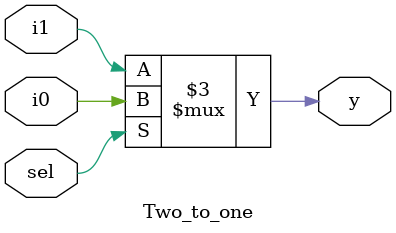
<source format=v>
`timescale 1ns / 1ps


module Two_to_one(input sel,
                  input i0,
                  input i1,
                  output reg y
    );
    
//    reg y;
    always @*
    begin
    if(sel)
        y = i0;
    else
        y = i1;
    end
endmodule

</source>
